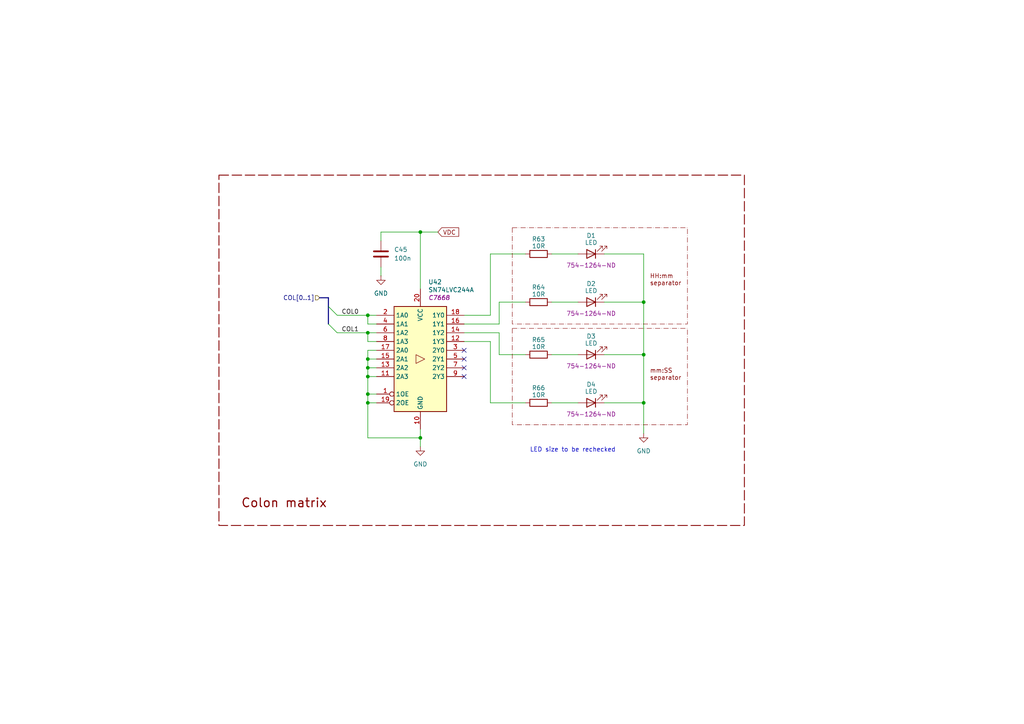
<source format=kicad_sch>
(kicad_sch (version 20250114) (generator "eeschema") (generator_version "9.0")
  (paper "A4")
  (title_block (title "Colon matrix & Driver") (date "2025-09-05") (rev "v0.0") (company "TJ71PL") (comment 1 "天計") (comment 4 "Final verification pending"))
  (lib_symbols
    (symbol "74xx:74AHC244"
      (property "Reference" "U" (at -7.62 16.51 0))
      (property "Value" "74AHC244" (at -7.62 -16.51 0))
      (symbol "74AHC244_1_0"
        (polyline (pts (xy 1.27 0) (xy -1.27 1.27) (xy -1.27 -1.27) (xy 1.27 0)) (stroke (width 0.1524)))
        (pin input line (at -12.7 12.7 0) (length 5.08) (name "1A0") (number "2"))
        (pin input line (at -12.7 10.16 0) (length 5.08) (name "1A1") (number "4"))
        (pin input line (at -12.7 7.62 0) (length 5.08) (name "1A2") (number "6"))
        (pin input line (at -12.7 5.08 0) (length 5.08) (name "1A3") (number "8"))
        (pin input line (at -12.7 2.54 0) (length 5.08) (name "2A0") (number "17"))
        (pin input line (at -12.7 0 0) (length 5.08) (name "2A1") (number "15"))
        (pin input line (at -12.7 -2.54 0) (length 5.08) (name "2A2") (number "13"))
        (pin input line (at -12.7 -5.08 0) (length 5.08) (name "2A3") (number "11"))
        (pin input inverted (at -12.7 -10.16 0) (length 5.08) (name "1OE") (number "1"))
        (pin input inverted (at -12.7 -12.7 0) (length 5.08) (name "2OE") (number "19"))
        (pin power_in line (at 0 20.32 270) (length 5.08) (name "VCC") (number "20"))
        (pin power_in line (at 0 -20.32 90) (length 5.08) (name "GND") (number "10"))
        (pin tri_state line (at 12.7 12.7 180) (length 5.08) (name "1Y0") (number "18"))
        (pin tri_state line (at 12.7 10.16 180) (length 5.08) (name "1Y1") (number "16"))
        (pin tri_state line (at 12.7 7.62 180) (length 5.08) (name "1Y2") (number "14"))
        (pin tri_state line (at 12.7 5.08 180) (length 5.08) (name "1Y3") (number "12"))
        (pin tri_state line (at 12.7 2.54 180) (length 5.08) (name "2Y0") (number "3"))
        (pin tri_state line (at 12.7 0 180) (length 5.08) (name "2Y1") (number "5"))
        (pin tri_state line (at 12.7 -2.54 180) (length 5.08) (name "2Y2") (number "7"))
        (pin tri_state line (at 12.7 -5.08 180) (length 5.08) (name "2Y3") (number "9"))
      )
      (symbol "74AHC244_1_1"
        (rectangle (start -7.62 15.24) (end 7.62 -15.24) (stroke (width 0.254)) (fill (type background)))
      )
    )
    (symbol "Device:C" (pin_numbers (hide yes)) (pin_names (offset 0.254))
      (property "Reference" "C" (at 0.635 2.54 0))
      (property "Value" "C" (at 0.635 -2.54 0))
      (symbol "C_0_1"
        (polyline (pts (xy -2.032 0.762) (xy 2.032 0.762)) (stroke (width 0.508)))
        (polyline (pts (xy -2.032 -0.762) (xy 2.032 -0.762)) (stroke (width 0.508)))
      )
      (symbol "C_1_1"
        (pin passive line (at 0 3.81 270) (length 2.794) (name "~") (number "1"))
        (pin passive line (at 0 -3.81 90) (length 2.794) (name "~") (number "2"))
      )
    )
    (symbol "Device:LED" (pin_numbers (hide yes)) (pin_names (offset 1.016) (hide yes))
      (property "Reference" "D" (at 0 2.54 0))
      (property "Value" "LED" (at 0 -2.54 0))
      (symbol "LED_0_1"
        (polyline (pts (xy -3.048 -0.762) (xy -4.572 -2.286) (xy -3.81 -2.286) (xy -4.572 -2.286) (xy -4.572 -1.524)))
        (polyline (pts (xy -1.778 -0.762) (xy -3.302 -2.286) (xy -2.54 -2.286) (xy -3.302 -2.286) (xy -3.302 -1.524)))
        (polyline (pts (xy -1.27 0) (xy 1.27 0)))
        (polyline (pts (xy -1.27 -1.27) (xy -1.27 1.27)) (stroke (width 0.254)))
        (polyline (pts (xy 1.27 -1.27) (xy 1.27 1.27) (xy -1.27 0) (xy 1.27 -1.27)) (stroke (width 0.254)))
      )
      (symbol "LED_1_1"
        (pin passive line (at -3.81 0 0) (length 2.54) (name "K") (number "1"))
        (pin passive line (at 3.81 0 180) (length 2.54) (name "A") (number "2"))
      )
    )
    (symbol "Device:R" (pin_numbers (hide yes)) (pin_names (offset 0))
      (property "Reference" "R" (at 2.032 0 90))
      (property "Value" "R" (at 0 0 90))
      (symbol "R_0_1"
        (rectangle (start -1.016 -2.54) (end 1.016 2.54) (stroke (width 0.254)))
      )
      (symbol "R_1_1"
        (pin passive line (at 0 3.81 270) (length 1.27) (name "~") (number "1"))
        (pin passive line (at 0 -3.81 90) (length 1.27) (name "~") (number "2"))
      )
    )
    (symbol "power:GND" (power) (pin_numbers (hide yes)) (pin_names (offset 0) (hide yes))
      (property "Value" "GND" (at 0 -3.81 0))
      (symbol "GND_0_1"
        (polyline (pts (xy 0 0) (xy 0 -1.27) (xy 1.27 -1.27) (xy 0 -2.54) (xy -1.27 -1.27) (xy 0 -1.27)))
      )
      (symbol "GND_1_1"
        (pin power_in line (at 0 0 270) (length 0) (name "~") (number "1"))
      )
    )
  )
  (rectangle (start 148.59 66.04) (end 199.39 93.98) (stroke (width 0.127) (type dash_dot) (color 132 0 0 1)))
  (rectangle (start 148.59 95.25) (end 199.39 123.19) (stroke (width 0.127) (type dash_dot) (color 132 0 0 1)))
  (rectangle (start 63.5 50.8) (end 215.9 152.4) (stroke (width 0.254) (type dash) (color 132 0 0 1)))
  (text "Colon matrix" (at 69.85 146.05 0) (effects (font (size 2.54 2.54) (thickness 0.3175)) (justify left)))
  (text "HH:mm \nseparator" (at 188.468 81.28 0) (effects (font (size 1.27 1.27)) (justify left)))
  (text "LED size to be rechecked" (at 153.67 130.556 0) (effects (font (size 1.27 1.27)) (justify left)))
  (text "mm:SS \nseparator" (at 188.468 108.712 0) (effects (font (size 1.27 1.27)) (justify left)))
  (junction (at 106.68 96.52))
  (junction (at 106.68 106.68))
  (junction (at 186.69 116.84))
  (junction (at 106.68 114.3))
  (junction (at 121.92 67.31))
  (junction (at 106.68 109.22))
  (junction (at 106.68 104.14))
  (junction (at 106.68 116.84))
  (junction (at 186.69 87.63))
  (junction (at 186.69 102.87))
  (junction (at 106.68 91.44))
  (junction (at 121.92 127))
  (no_connect (at 134.62 109.22))
  (no_connect (at 134.62 101.6))
  (no_connect (at 134.62 106.68))
  (no_connect (at 134.62 104.14))
  (bus_entry (at 95.25 88.9) (size 2.54 2.54))
  (bus_entry (at 95.25 93.98) (size 2.54 2.54))
  (wire (pts (xy 144.78 102.87) (xy 152.4 102.87)))
  (wire (pts (xy 142.24 73.66) (xy 152.4 73.66)))
  (wire (pts (xy 186.69 73.66) (xy 186.69 87.63)))
  (bus (pts (xy 95.25 88.9) (xy 95.25 93.98)))
  (wire (pts (xy 106.68 104.14) (xy 106.68 106.68)))
  (wire (pts (xy 175.26 73.66) (xy 186.69 73.66)))
  (wire (pts (xy 186.69 87.63) (xy 186.69 102.87)))
  (wire (pts (xy 106.68 114.3) (xy 106.68 116.84)))
  (wire (pts (xy 106.68 109.22) (xy 106.68 114.3)))
  (wire (pts (xy 109.22 114.3) (xy 106.68 114.3)))
  (wire (pts (xy 175.26 87.63) (xy 186.69 87.63)))
  (wire (pts (xy 144.78 87.63) (xy 144.78 93.98)))
  (wire (pts (xy 110.49 77.47) (xy 110.49 80.01)))
  (wire (pts (xy 106.68 116.84) (xy 109.22 116.84)))
  (wire (pts (xy 97.79 96.52) (xy 106.68 96.52)))
  (wire (pts (xy 142.24 116.84) (xy 142.24 99.06)))
  (wire (pts (xy 109.22 101.6) (xy 106.68 101.6)))
  (wire (pts (xy 106.68 109.22) (xy 109.22 109.22)))
  (wire (pts (xy 127 67.31) (xy 121.92 67.31)))
  (wire (pts (xy 106.68 127) (xy 121.92 127)))
  (wire (pts (xy 110.49 69.85) (xy 110.49 67.31)))
  (wire (pts (xy 142.24 99.06) (xy 134.62 99.06)))
  (wire (pts (xy 142.24 116.84) (xy 152.4 116.84)))
  (wire (pts (xy 106.68 93.98) (xy 109.22 93.98)))
  (wire (pts (xy 175.26 102.87) (xy 186.69 102.87)))
  (wire (pts (xy 144.78 87.63) (xy 152.4 87.63)))
  (wire (pts (xy 106.68 101.6) (xy 106.68 104.14)))
  (wire (pts (xy 134.62 91.44) (xy 142.24 91.44)))
  (wire (pts (xy 106.68 106.68) (xy 109.22 106.68)))
  (wire (pts (xy 106.68 91.44) (xy 106.68 93.98)))
  (wire (pts (xy 160.02 116.84) (xy 167.64 116.84)))
  (wire (pts (xy 144.78 96.52) (xy 134.62 96.52)))
  (wire (pts (xy 106.68 104.14) (xy 109.22 104.14)))
  (wire (pts (xy 121.92 127) (xy 121.92 129.54)))
  (wire (pts (xy 186.69 102.87) (xy 186.69 116.84)))
  (wire (pts (xy 110.49 67.31) (xy 121.92 67.31)))
  (bus (pts (xy 92.71 86.36) (xy 95.25 86.36)))
  (wire (pts (xy 121.92 67.31) (xy 121.92 83.82)))
  (wire (pts (xy 144.78 102.87) (xy 144.78 96.52)))
  (wire (pts (xy 186.69 116.84) (xy 186.69 125.73)))
  (wire (pts (xy 175.26 116.84) (xy 186.69 116.84)))
  (wire (pts (xy 144.78 93.98) (xy 134.62 93.98)))
  (wire (pts (xy 97.79 91.44) (xy 106.68 91.44)))
  (wire (pts (xy 106.68 116.84) (xy 106.68 127)))
  (wire (pts (xy 106.68 96.52) (xy 109.22 96.52)))
  (wire (pts (xy 106.68 99.06) (xy 109.22 99.06)))
  (wire (pts (xy 106.68 96.52) (xy 106.68 99.06)))
  (wire (pts (xy 160.02 73.66) (xy 167.64 73.66)))
  (wire (pts (xy 160.02 102.87) (xy 167.64 102.87)))
  (wire (pts (xy 106.68 106.68) (xy 106.68 109.22)))
  (wire (pts (xy 160.02 87.63) (xy 167.64 87.63)))
  (wire (pts (xy 142.24 91.44) (xy 142.24 73.66)))
  (wire (pts (xy 106.68 91.44) (xy 109.22 91.44)))
  (bus (pts (xy 95.25 86.36) (xy 95.25 88.9)))
  (wire (pts (xy 121.92 124.46) (xy 121.92 127)))
  (label "COL1" (at 99.06 96.52 0))
  (label "COL0" (at 99.06 91.44 0))
  (global_label "VDC" (shape input) (at 127 67.31 0) (property "Intersheetrefs" "${INTERSHEET_REFS}" (effects (hide yes))))
  (hierarchical_label "COL[0..1]" (shape input) (at 92.71 86.36 180))
  (symbol (lib_id "power:GND") (at 110.49 80.01 0) (unit 1)
    (property "Reference" "#PWR0102" (effects (hide yes)))
    (property "Value" "GND" (at 110.49 85.09 0))
    (property "Description" "Power symbol creates a global label with name \"GND\" , ground" (effects (hide yes)))
  )
  (symbol (lib_id "Device:R") (at 156.21 87.63 90) (unit 1)
    (property "Reference" "R64" (at 156.21 83.312 90))
    (property "Value" "10R" (at 156.21 85.344 90))
    (property "Footprint" "Resistor_SMD:R_0603_1608Metric" (effects (hide yes)))
    (property "Description" "Resistor" (effects (hide yes)))
  )
  (symbol (lib_id "Device:LED") (at 171.45 73.66 180) (unit 1)
    (property "Reference" "D1" (at 171.45 68.326 0))
    (property "Value" "LED" (at 171.45 70.358 0))
    (property "Datasheet" "https://www.kingbrightusa.com/images/catalog/SPEC/WP7113ID.pdf" (effects (hide yes)))
    (property "Description" "Light emitting diode" (effects (hide yes)))
    (property "Sim.Pins" "1=K 2=A" (effects (hide yes)))
    (property "Digikey" "754-1264-ND" (at 171.45 76.962 0))
  )
  (symbol (lib_id "74xx:74AHC244") (at 121.92 104.14 0) (unit 1)
    (property "Reference" "U42" (at 124.206 81.788 0) (effects (justify left)))
    (property "Value" "SN74LVC244A" (at 124.206 84.074 0) (effects (justify left)))
    (property "Footprint" "Package_SO:TSSOP-20_4.4x6.5mm_P0.65mm" (effects (hide yes)))
    (property "Datasheet" "https://jlcpcb.com/api/file/downloadByFileSystemAccessId/8579714871891714048" (effects (hide yes)))
    (property "Description" "8-bit Buffer/Line Driver 3-state" (effects (hide yes)))
    (property "LCSC" "C7668" (at 124.206 86.36 0) (effects (font (italic yes)) (justify left)))
  )
  (symbol (lib_id "Device:C") (at 110.49 73.66 0) (unit 1)
    (property "Reference" "C45" (at 114.3 72.3899 0) (effects (justify left)))
    (property "Value" "100n" (at 114.3 74.9299 0) (effects (justify left)))
    (property "Footprint" "Capacitor_SMD:C_0603_1608Metric" (effects (hide yes)))
    (property "Description" "Unpolarized capacitor" (effects (hide yes)))
  )
  (symbol (lib_id "Device:LED") (at 171.45 102.87 180) (unit 1)
    (property "Reference" "D3" (at 171.45 97.536 0))
    (property "Value" "LED" (at 171.45 99.568 0))
    (property "Datasheet" "https://www.kingbrightusa.com/images/catalog/SPEC/WP7113ID.pdf" (effects (hide yes)))
    (property "Description" "Light emitting diode" (effects (hide yes)))
    (property "Sim.Pins" "1=K 2=A" (effects (hide yes)))
    (property "Digikey" "754-1264-ND" (at 171.45 106.172 0))
  )
  (symbol (lib_id "Device:R") (at 156.21 116.84 90) (unit 1)
    (property "Reference" "R66" (at 156.21 112.522 90))
    (property "Value" "10R" (at 156.21 114.554 90))
    (property "Footprint" "Resistor_SMD:R_0603_1608Metric" (effects (hide yes)))
    (property "Description" "Resistor" (effects (hide yes)))
  )
  (symbol (lib_id "Device:LED") (at 171.45 116.84 180) (unit 1)
    (property "Reference" "D4" (at 171.45 111.506 0))
    (property "Value" "LED" (at 171.45 113.538 0))
    (property "Datasheet" "https://www.kingbrightusa.com/images/catalog/SPEC/WP7113ID.pdf" (effects (hide yes)))
    (property "Description" "Light emitting diode" (effects (hide yes)))
    (property "Sim.Pins" "1=K 2=A" (effects (hide yes)))
    (property "Digikey" "754-1264-ND" (at 171.45 120.142 0))
  )
  (symbol (lib_id "power:GND") (at 121.92 129.54 0) (unit 1)
    (property "Reference" "#PWR0103" (effects (hide yes)))
    (property "Value" "GND" (at 121.92 134.62 0))
    (property "Description" "Power symbol creates a global label with name \"GND\" , ground" (effects (hide yes)))
  )
  (symbol (lib_id "Device:R") (at 156.21 102.87 90) (unit 1)
    (property "Reference" "R65" (at 156.21 98.552 90))
    (property "Value" "10R" (at 156.21 100.584 90))
    (property "Footprint" "Resistor_SMD:R_0603_1608Metric" (effects (hide yes)))
    (property "Description" "Resistor" (effects (hide yes)))
  )
  (symbol (lib_id "Device:R") (at 156.21 73.66 90) (unit 1)
    (property "Reference" "R63" (at 156.21 69.342 90))
    (property "Value" "10R" (at 156.21 71.374 90))
    (property "Footprint" "Resistor_SMD:R_0603_1608Metric" (effects (hide yes)))
    (property "Description" "Resistor" (effects (hide yes)))
  )
  (symbol (lib_id "Device:LED") (at 171.45 87.63 180) (unit 1)
    (property "Reference" "D2" (at 171.45 82.296 0))
    (property "Value" "LED" (at 171.45 84.328 0))
    (property "Datasheet" "https://www.kingbrightusa.com/images/catalog/SPEC/WP7113ID.pdf" (effects (hide yes)))
    (property "Description" "Light emitting diode" (effects (hide yes)))
    (property "Sim.Pins" "1=K 2=A" (effects (hide yes)))
    (property "Digikey" "754-1264-ND" (at 171.45 90.932 0))
  )
  (symbol (lib_id "power:GND") (at 186.69 125.73 0) (unit 1)
    (property "Reference" "#PWR0105" (effects (hide yes)))
    (property "Value" "GND" (at 186.69 130.81 0))
    (property "Description" "Power symbol creates a global label with name \"GND\" , ground" (effects (hide yes)))
  )
)
</source>
